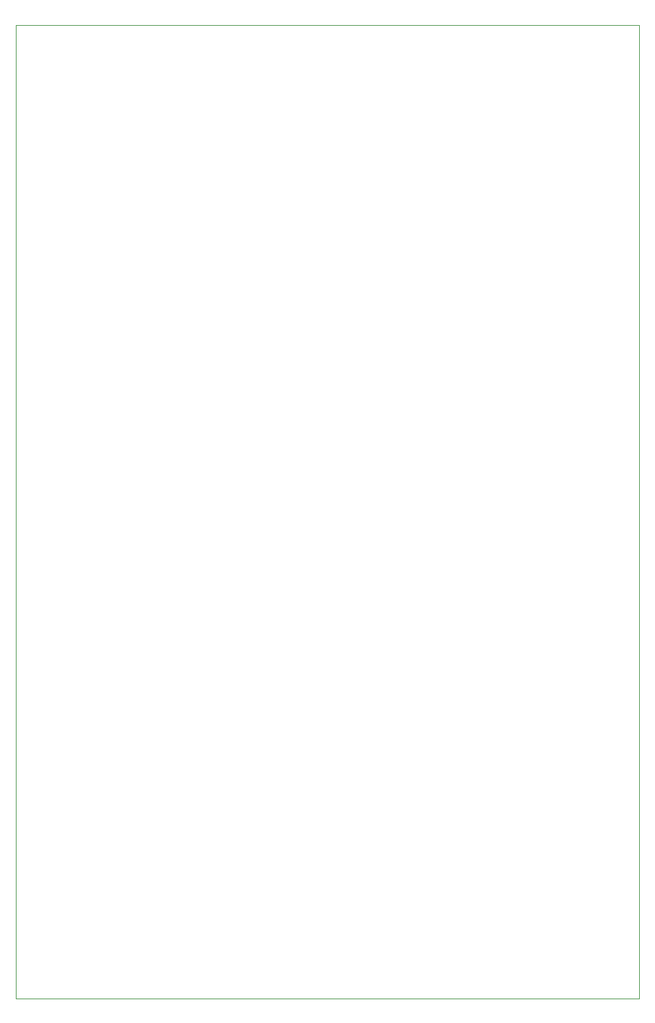
<source format=gm1>
G04 #@! TF.GenerationSoftware,KiCad,Pcbnew,6.0.11+dfsg-1*
G04 #@! TF.CreationDate,2023-09-07T21:49:32+01:00*
G04 #@! TF.ProjectId,low-noise-power-probe-panel,6c6f772d-6e6f-4697-9365-2d706f776572,rev?*
G04 #@! TF.SameCoordinates,Original*
G04 #@! TF.FileFunction,Profile,NP*
%FSLAX46Y46*%
G04 Gerber Fmt 4.6, Leading zero omitted, Abs format (unit mm)*
G04 Created by KiCad (PCBNEW 6.0.11+dfsg-1) date 2023-09-07 21:49:32*
%MOMM*%
%LPD*%
G01*
G04 APERTURE LIST*
G04 #@! TA.AperFunction,Profile*
%ADD10C,0.100000*%
G04 #@! TD*
G04 APERTURE END LIST*
D10*
X249893997Y-20000912D02*
X249893544Y-20000724D01*
X170100724Y-144793544D02*
X170100912Y-144793997D01*
X249899583Y-20007387D02*
X249899440Y-20006917D01*
X249890681Y-20000081D02*
X249890190Y-20000057D01*
X170101122Y-20005558D02*
X170100912Y-20006002D01*
X249896097Y-20002170D02*
X249895703Y-20001878D01*
X170105125Y-144798646D02*
X170105558Y-144798877D01*
X170106002Y-144799087D02*
X170106455Y-144799275D01*
X170104296Y-144798121D02*
X170104704Y-144798394D01*
X249897829Y-144796097D02*
X249898121Y-144795703D01*
X249898394Y-20004704D02*
X249898121Y-20004296D01*
X249892612Y-20000416D02*
X249892136Y-20000297D01*
X249899702Y-144792136D02*
X249899798Y-144791655D01*
X170103159Y-20002811D02*
X170102811Y-20003159D01*
X249899870Y-144791169D02*
X249899918Y-144790681D01*
X249893544Y-20000724D02*
X249893082Y-20000559D01*
X170101122Y-144794441D02*
X170101353Y-144794874D01*
X249899918Y-20009318D02*
X249899870Y-20008830D01*
X170105558Y-144798877D02*
X170106002Y-144799087D01*
X170103902Y-20002170D02*
X170103522Y-20002482D01*
X249897188Y-20003159D02*
X249896840Y-20002811D01*
X249891169Y-20000129D02*
X249890681Y-20000081D01*
X249899870Y-20008830D02*
X249899798Y-20008344D01*
X170102811Y-144796840D02*
X170103159Y-144797188D01*
X170100057Y-144790190D02*
X170100081Y-144790681D01*
X170100129Y-144791169D02*
X170100201Y-144791655D01*
X170102170Y-20003902D02*
X170101878Y-20004296D01*
X249896477Y-144797517D02*
X249896840Y-144797188D01*
X170109318Y-144799918D02*
X170109809Y-144799942D01*
X170100416Y-20007387D02*
X170100297Y-20007863D01*
X170100912Y-144793997D02*
X170101122Y-144794441D01*
X170107387Y-144799583D02*
X170107863Y-144799702D01*
X249899275Y-20006455D02*
X249899087Y-20006002D01*
X170101353Y-20005125D02*
X170101122Y-20005558D01*
X170102811Y-20003159D02*
X170102482Y-20003522D01*
X170100081Y-144790681D02*
X170100129Y-144791169D01*
X170100057Y-20009809D02*
X170100003Y-20012027D01*
X170107863Y-20000297D02*
X170107387Y-20000416D01*
X170106455Y-20000724D02*
X170106002Y-20000912D01*
X249895703Y-144798121D02*
X249896097Y-144797829D01*
X170100201Y-144791655D02*
X170100297Y-144792136D01*
X249893544Y-144799275D02*
X249893997Y-144799087D01*
X249896840Y-144797188D02*
X249897188Y-144796840D01*
X170100297Y-144792136D02*
X170100416Y-144792612D01*
X170101605Y-144795295D02*
X170101878Y-144795703D01*
X249899702Y-20007863D02*
X249899583Y-20007387D01*
X170106917Y-20000559D02*
X170106455Y-20000724D01*
X249897188Y-144796840D02*
X249897517Y-144796477D01*
X249897517Y-20003522D02*
X249897188Y-20003159D01*
X170102170Y-144796097D02*
X170102482Y-144796477D01*
X170105558Y-20001122D02*
X170105125Y-20001353D01*
X249899440Y-20006917D02*
X249899275Y-20006455D01*
X249890190Y-20000057D02*
X249887972Y-20000003D01*
X249899087Y-20006002D02*
X249898877Y-20005558D01*
X170101605Y-20004704D02*
X170101353Y-20005125D01*
X170104704Y-144798394D02*
X170105125Y-144798646D01*
X249892136Y-20000297D02*
X249891655Y-20000201D01*
X249893082Y-20000559D02*
X249892612Y-20000416D01*
X170109809Y-20000057D02*
X170109809Y-20000057D01*
X249891655Y-20000201D02*
X249891169Y-20000129D01*
X170101878Y-20004296D02*
X170101605Y-20004704D01*
X170112027Y-144799996D02*
X170112272Y-144800000D01*
X170100559Y-20006917D02*
X170100416Y-20007387D01*
X249898877Y-20005558D02*
X249898646Y-20005125D01*
X170100000Y-144787727D02*
X170100003Y-144787972D01*
X249899918Y-144790681D02*
X249899942Y-144790190D01*
X249892612Y-144799583D02*
X249893082Y-144799440D01*
X170100416Y-144792612D02*
X170100559Y-144793082D01*
X249900000Y-20012272D02*
X249899996Y-20012027D01*
X249899996Y-20012027D02*
X249899942Y-20009809D01*
X170101353Y-144794874D02*
X170101605Y-144795295D01*
X170107387Y-20000416D02*
X170106917Y-20000559D01*
X170103902Y-144797829D02*
X170104296Y-144798121D01*
X249899087Y-144793997D02*
X249899275Y-144793544D01*
X249898646Y-20005125D02*
X249898394Y-20004704D01*
X170102482Y-144796477D02*
X170102811Y-144796840D01*
X170100081Y-20009318D02*
X170100057Y-20009809D01*
X249891655Y-144799798D02*
X249892136Y-144799702D01*
X249887972Y-20000003D02*
X249887727Y-20000000D01*
X170100003Y-144787972D02*
X170100057Y-144790190D01*
X249897517Y-144796477D02*
X249897829Y-144796097D01*
X249896097Y-144797829D02*
X249896477Y-144797517D01*
X249899275Y-144793544D02*
X249899440Y-144793082D01*
X249890681Y-144799918D02*
X249891169Y-144799870D01*
X170107863Y-144799702D02*
X170108344Y-144799798D01*
X170100003Y-20012027D02*
X170100000Y-20012272D01*
X170112027Y-20000003D02*
X170109809Y-20000057D01*
X170106455Y-144799275D02*
X170106917Y-144799440D01*
X170108344Y-144799798D02*
X170108830Y-144799870D01*
X170100724Y-20006455D02*
X170100559Y-20006917D01*
X249895295Y-144798394D02*
X249895703Y-144798121D01*
X249894874Y-20001353D02*
X249894441Y-20001122D01*
X249893082Y-144799440D02*
X249893544Y-144799275D01*
X249898877Y-144794441D02*
X249899087Y-144793997D01*
X170101878Y-144795703D02*
X170102170Y-144796097D01*
X249899440Y-144793082D02*
X249899583Y-144792612D01*
X170112272Y-20000000D02*
X170112027Y-20000003D01*
X249898121Y-144795703D02*
X249898394Y-144795295D01*
X170103522Y-144797517D02*
X170103902Y-144797829D01*
X249899583Y-144792612D02*
X249899702Y-144792136D01*
X249894441Y-20001122D02*
X249893997Y-20000912D01*
X170100297Y-20007863D02*
X170100201Y-20008344D01*
X170104704Y-20001605D02*
X170104296Y-20001878D01*
X249899798Y-144791655D02*
X249899870Y-144791169D01*
X170100000Y-20012272D02*
X170100000Y-144787727D01*
X249900000Y-144787727D02*
X249900000Y-20012272D01*
X170109809Y-20000057D02*
X170109318Y-20000081D01*
X170102482Y-20003522D02*
X170102170Y-20003902D01*
X170109318Y-20000081D02*
X170108830Y-20000129D01*
X170100912Y-20006002D02*
X170100724Y-20006455D01*
X249893997Y-144799087D02*
X249894441Y-144798877D01*
X170100201Y-20008344D02*
X170100129Y-20008830D01*
X170105125Y-20001353D02*
X170104704Y-20001605D01*
X249897829Y-20003902D02*
X249897517Y-20003522D01*
X249899942Y-20009809D02*
X249899918Y-20009318D01*
X249898646Y-144794874D02*
X249898877Y-144794441D01*
X249894874Y-144798646D02*
X249895295Y-144798394D01*
X170100129Y-20008830D02*
X170100081Y-20009318D01*
X170106002Y-20000912D02*
X170105558Y-20001122D01*
X170100559Y-144793082D02*
X170100724Y-144793544D01*
X249887972Y-144799996D02*
X249890190Y-144799942D01*
X170112272Y-144800000D02*
X249887727Y-144800000D01*
X249899798Y-20008344D02*
X249899702Y-20007863D01*
X249894441Y-144798877D02*
X249894874Y-144798646D01*
X170108830Y-144799870D02*
X170109318Y-144799918D01*
X249887727Y-144800000D02*
X249887972Y-144799996D01*
X249899996Y-144787972D02*
X249900000Y-144787727D01*
X170106917Y-144799440D02*
X170107387Y-144799583D01*
X249895703Y-20001878D02*
X249895295Y-20001605D01*
X249896477Y-20002482D02*
X249896097Y-20002170D01*
X249896840Y-20002811D02*
X249896477Y-20002482D01*
X249899942Y-144790190D02*
X249899996Y-144787972D01*
X249898121Y-20004296D02*
X249897829Y-20003902D01*
X249891169Y-144799870D02*
X249891655Y-144799798D01*
X249887727Y-20000000D02*
X170112272Y-20000000D01*
X170108344Y-20000201D02*
X170107863Y-20000297D01*
X170103159Y-144797188D02*
X170103522Y-144797517D01*
X249892136Y-144799702D02*
X249892612Y-144799583D01*
X249895295Y-20001605D02*
X249894874Y-20001353D01*
X170103522Y-20002482D02*
X170103159Y-20002811D01*
X249890190Y-144799942D02*
X249890681Y-144799918D01*
X249898394Y-144795295D02*
X249898646Y-144794874D01*
X170104296Y-20001878D02*
X170103902Y-20002170D01*
X170109809Y-144799942D02*
X170112027Y-144799996D01*
X170108830Y-20000129D02*
X170108344Y-20000201D01*
M02*

</source>
